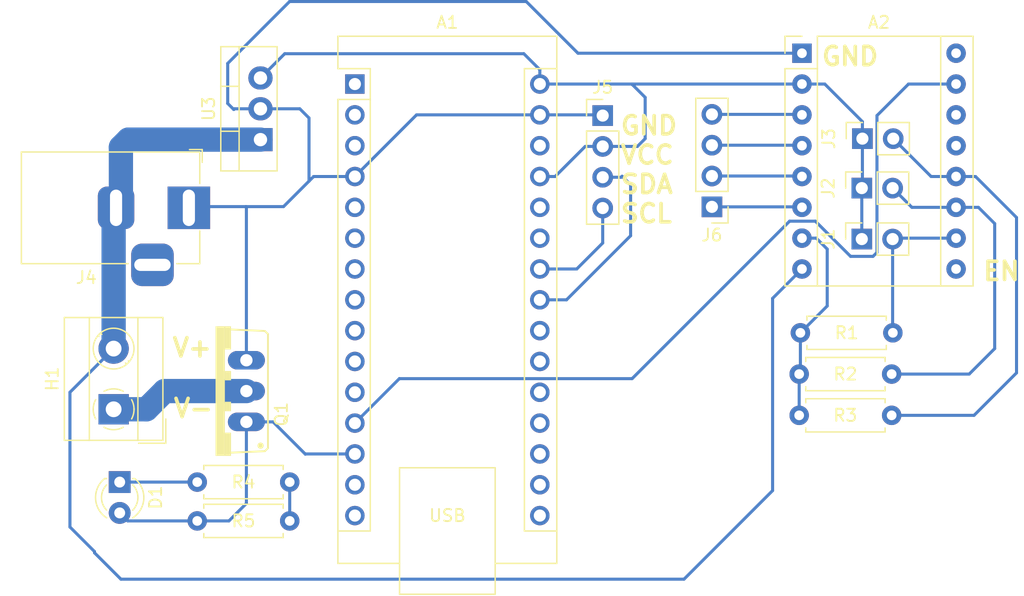
<source format=kicad_pcb>
(kicad_pcb (version 20221018) (generator pcbnew)
  (layers (0 "F.Cu" signal) (31 "B.Cu" signal) (34 "B.Paste" user) (35 "F.Paste" user) (36 "B.SilkS" user "B.Silkscreen") (37 "F.SilkS" user "F.Silkscreen") (38 "B.Mask" user) (39 "F.Mask" user) (44 "Edge.Cuts" user))
  (net 0 "")
  (net 4 "GND")
  (net 23 "Net-(A1-+5V)")
  (net 29 "VCC")
  (net 30 "Net-(A2-MS2)")
  (net 31 "Net-(A2-MS3)")
  (net 32 "Net-(A1-SDA{slash}A4)")
  (net 33 "Net-(A1-SCL{slash}A5)")
  (net 34 "Net-(A2-MS1)")
  (net 35 "Net-(A1-D10)")
  (net 36 "Net-(D1-K)")
  (net 37 "Net-(A1-D9)")
  (net 38 "Net-(A2-1B)")
  (net 39 "Net-(A2-1A)")
  (net 40 "Net-(A2-2A)")
  (net 41 "Net-(A2-2B)")
  (net 42 "Net-(H1-Pin_1)")
  (footprint "Resistor_THT:R_Axial_DIN0207_L6.3mm_D2.5mm_P7.62mm_Horizontal" (layer "F.Cu") (at 176.31 87.4 180)
    (fp_text reference "R2" (at 3.81 0) (layer "F.SilkS"))
    (fp_text value "1k")
    (fp_line (start 0.54 -1.37) (end 7.08 -1.37) (stroke (width 0.12)) (layer "F.SilkS"))
    (fp_line (start 0.54 -1.04) (end 0.54 -1.37) (stroke (width 0.12)) (layer "F.SilkS"))
    (fp_line (start 0.54 1.04) (end 0.54 1.37) (stroke (width 0.12)) (layer "F.SilkS"))
    (fp_line (start 0.54 1.37) (end 7.08 1.37) (stroke (width 0.12)) (layer "F.SilkS"))
    (fp_line (start 7.08 -1.37) (end 7.08 -1.04) (stroke (width 0.12)) (layer "F.SilkS"))
    (fp_line (start 7.08 1.37) (end 7.08 1.04) (stroke (width 0.12)) (layer "F.SilkS"))
    (pad "1" thru_hole circle (at 0 0 180) (size 1.6 1.6) (drill 0.8) (layers "*.Cu" "*.Mask") (net 30 "Net-(A2-MS2)"))
    (pad "2" thru_hole oval (at 7.62 0 180) (size 1.6 1.6) (drill 0.8) (layers "*.Cu" "*.Mask") (net 4 "GND"))
  )
  (footprint "LED_THT:LED_D3.0mm" (layer "F.Cu") (at 112.7 96.3 -90)
    (fp_text reference "D1" (at 1.27 -2.96 90) (layer "F.SilkS"))
    (fp_text value "LED")
    (fp_line (start -0.29 -1.236) (end -0.29 -1.08) (stroke (width 0.12)) (layer "F.SilkS"))
    (fp_line (start -0.29 1.08) (end -0.29 1.236) (stroke (width 0.12)) (layer "F.SilkS"))
    (fp_arc (start -0.29 -1.235516) (mid 1.366487 -1.987659) (end 2.942335 -1.078608) (stroke (width 0.12)) (layer "F.SilkS"))
    (fp_arc (start 0.229039 -1.08) (mid 1.270117 -1.5) (end 2.31113 -1.079837) (stroke (width 0.12)) (layer "F.SilkS"))
    (fp_arc (start 2.31113 1.079837) (mid 1.270117 1.5) (end 0.229039 1.08) (stroke (width 0.12)) (layer "F.SilkS"))
    (fp_arc (start 2.942335 1.078608) (mid 1.366487 1.987659) (end -0.29 1.235516) (stroke (width 0.12)) (layer "F.SilkS"))
    (pad "1" thru_hole rect (at 0 0 270) (size 1.8 1.8) (drill 0.9) (layers "*.Cu" "*.Mask") (net 36 "Net-(D1-K)"))
    (pad "2" thru_hole circle (at 2.54 0 270) (size 1.8 1.8) (drill 0.9) (layers "*.Cu" "*.Mask") (net 35 "Net-(A1-D10)"))
  )
  (footprint "Connector_PinSocket_2.54mm:PinSocket_1x02_P2.54mm_Vertical" (layer "F.Cu") (at 173.85 76.275 90)
    (fp_text reference "J1" (at 0 -2.77 90) (layer "F.SilkS"))
    (fp_text value "MS1")
    (fp_line (start -1.33 1.27) (end -1.33 3.87) (stroke (width 0.12)) (layer "F.SilkS"))
    (fp_line (start -1.33 1.27) (end 1.33 1.27) (stroke (width 0.12)) (layer "F.SilkS"))
    (fp_line (start -1.33 3.87) (end 1.33 3.87) (stroke (width 0.12)) (layer "F.SilkS"))
    (fp_line (start 0 -1.33) (end 1.33 -1.33) (stroke (width 0.12)) (layer "F.SilkS"))
    (fp_line (start 1.33 -1.33) (end 1.33 0) (stroke (width 0.12)) (layer "F.SilkS"))
    (fp_line (start 1.33 1.27) (end 1.33 3.87) (stroke (width 0.12)) (layer "F.SilkS"))
    (pad "1" thru_hole rect (at 0 0 90) (size 1.7 1.7) (drill 1) (layers "*.Cu" "*.Mask") (net 23 "Net-(A1-+5V)"))
    (pad "2" thru_hole oval (at 0 2.54 90) (size 1.7 1.7) (drill 1) (layers "*.Cu" "*.Mask") (net 34 "Net-(A2-MS1)"))
  )
  (footprint "Connector_PinSocket_2.54mm:PinSocket_1x02_P2.54mm_Vertical" (layer "F.Cu") (at 173.9 68 90)
    (fp_text reference "J3" (at 0 -2.77 90) (layer "F.SilkS"))
    (fp_text value "MS3")
    (fp_line (start -1.33 1.27) (end -1.33 3.87) (stroke (width 0.12)) (layer "F.SilkS"))
    (fp_line (start -1.33 1.27) (end 1.33 1.27) (stroke (width 0.12)) (layer "F.SilkS"))
    (fp_line (start -1.33 3.87) (end 1.33 3.87) (stroke (width 0.12)) (layer "F.SilkS"))
    (fp_line (start 0 -1.33) (end 1.33 -1.33) (stroke (width 0.12)) (layer "F.SilkS"))
    (fp_line (start 1.33 -1.33) (end 1.33 0) (stroke (width 0.12)) (layer "F.SilkS"))
    (fp_line (start 1.33 1.27) (end 1.33 3.87) (stroke (width 0.12)) (layer "F.SilkS"))
    (pad "1" thru_hole rect (at 0 0 90) (size 1.7 1.7) (drill 1) (layers "*.Cu" "*.Mask") (net 23 "Net-(A1-+5V)"))
    (pad "2" thru_hole oval (at 0 2.54 90) (size 1.7 1.7) (drill 1) (layers "*.Cu" "*.Mask") (net 31 "Net-(A2-MS3)"))
  )
  (footprint "TO220BV:TO220BV" (layer "F.Cu") (at 120.6 88.8 90)
    (fp_text reference "Q1" (at -1.90846 5.42001 90) (layer "F.SilkS") (effects (font (size 1.001811 1.001811))))
    (fp_text value "IRF520")
    (fp_line (start -4.953 4.064) (end -5.08 1.143) (stroke (width 0.1524)) (layer "F.SilkS"))
    (fp_line (start -4.953 4.064) (end -4.699 4.318) (stroke (width 0.1524)) (layer "F.SilkS"))
    (fp_line (start 4.699 4.318) (end -4.699 4.318) (stroke (width 0.1524)) (layer "F.SilkS"))
    (fp_line (start 4.699 4.318) (end 4.953 4.064) (stroke (width 0.1524)) (layer "F.SilkS"))
    (fp_line (start 5.08 1.143) (end 4.953 4.064) (stroke (width 0.1524)) (layer "F.SilkS"))
    (fp_circle (center -4.4958 3.7084) (end -4.2418 3.7084) (fill solid) (layer "F.SilkS"))
    (fp_poly (pts (xy -5.34067 0.762) (xy -3.429 0.762) (xy -3.429 1.27159) (xy -5.34067 1.27159)) (stroke (width 0.01)) (fill solid) (layer "F.SilkS"))
    (fp_poly (pts (xy -5.33557 0) (xy 5.334 0) (xy 5.334 0.762224) (xy -5.33557 0.762224)) (stroke (width 0.01)) (fill solid) (layer "F.SilkS"))
    (fp_poly (pts (xy -1.65338 0.762) (xy -0.889 0.762) (xy -0.889 1.27183) (xy -1.65338 1.27183)) (stroke (width 0.01)) (fill solid) (layer "F.SilkS"))
    (fp_poly (pts (xy 0.890755 0.762) (xy 1.651 0.762) (xy 1.651 1.27251) (xy 0.890755 1.27251)) (stroke (width 0.01)) (fill solid) (layer "F.SilkS"))
    (fp_poly (pts (xy 3.43047 0.762) (xy 5.334 0.762) (xy 5.334 1.27054) (xy 3.43047 1.27054)) (stroke (width 0.01)) (fill solid) (layer "F.SilkS"))
    (pad "D" thru_hole oval (at 0 2.54 90) (size 1.524 3.048) (drill 1.016) (layers "*.Cu" "*.Mask") (net 42 "Net-(H1-Pin_1)"))
    (pad "G" thru_hole oval (at -2.54 2.54 90) (size 1.524 3.048) (drill 1.016) (layers "*.Cu" "*.Mask") (net 35 "Net-(A1-D10)"))
    (pad "S" thru_hole oval (at 2.54 2.54 90) (size 1.524 3.048) (drill 1.016) (layers "*.Cu" "*.Mask") (net 4 "GND"))
  )
  (footprint "Module:Arduino_Nano" (layer "F.Cu") (at 132.08 63.5)
    (fp_text reference "A1" (at 7.62 -5.08) (layer "F.SilkS"))
    (fp_text value "Arduino_Nano")
    (fp_text user "USB" (at 7.62 35.56 unlocked) (layer "F.SilkS"))
    (fp_line (start -1.4 -3.94) (end -1.4 -1.27) (stroke (width 0.12)) (layer "F.SilkS"))
    (fp_line (start -1.4 1.27) (end -1.4 39.5) (stroke (width 0.12)) (layer "F.SilkS"))
    (fp_line (start -1.4 39.5) (end 3.68 39.5) (stroke (width 0.12)) (layer "F.SilkS"))
    (fp_line (start 1.27 -1.27) (end -1.4 -1.27) (stroke (width 0.12)) (layer "F.SilkS"))
    (fp_line (start 1.27 1.27) (end -1.4 1.27) (stroke (width 0.12)) (layer "F.SilkS"))
    (fp_line (start 1.27 1.27) (end 1.27 -1.27) (stroke (width 0.12)) (layer "F.SilkS"))
    (fp_line (start 1.27 1.27) (end 1.27 36.83) (stroke (width 0.12)) (layer "F.SilkS"))
    (fp_line (start 1.27 36.83) (end -1.4 36.83) (stroke (width 0.12)) (layer "F.SilkS"))
    (fp_line (start 3.68 31.62) (end 11.56 31.62) (stroke (width 0.12)) (layer "F.SilkS"))
    (fp_line (start 3.68 42.04) (end 3.68 31.62) (stroke (width 0.12)) (layer "F.SilkS"))
    (fp_line (start 11.56 31.62) (end 11.56 42.04) (stroke (width 0.12)) (layer "F.SilkS"))
    (fp_line (start 11.56 42.04) (end 3.68 42.04) (stroke (width 0.12)) (layer "F.SilkS"))
    (fp_line (start 13.97 -1.27) (end 13.97 36.83) (stroke (width 0.12)) (layer "F.SilkS"))
    (fp_line (start 13.97 -1.27) (end 16.64 -1.27) (stroke (width 0.12)) (layer "F.SilkS"))
    (fp_line (start 13.97 36.83) (end 16.64 36.83) (stroke (width 0.12)) (layer "F.SilkS"))
    (fp_line (start 16.64 -3.94) (end -1.4 -3.94) (stroke (width 0.12)) (layer "F.SilkS"))
    (fp_line (start 16.64 39.5) (end 11.56 39.5) (stroke (width 0.12)) (layer "F.SilkS"))
    (fp_line (start 16.64 39.5) (end 16.64 -3.94) (stroke (width 0.12)) (layer "F.SilkS"))
    (pad "1" thru_hole rect (at 0 0) (size 1.6 1.6) (drill 1) (layers "*.Cu" "*.Mask"))
    (pad "2" thru_hole oval (at 0 2.54) (size 1.6 1.6) (drill 1) (layers "*.Cu" "*.Mask"))
    (pad "3" thru_hole oval (at 0 5.08) (size 1.6 1.6) (drill 1) (layers "*.Cu" "*.Mask"))
    (pad "4" thru_hole oval (at 0 7.62) (size 1.6 1.6) (drill 1) (layers "*.Cu" "*.Mask") (net 4 "GND"))
    (pad "5" thru_hole oval (at 0 10.16) (size 1.6 1.6) (drill 1) (layers "*.Cu" "*.Mask"))
    (pad "6" thru_hole oval (at 0 12.7) (size 1.6 1.6) (drill 1) (layers "*.Cu" "*.Mask"))
    (pad "7" thru_hole oval (at 0 15.24) (size 1.6 1.6) (drill 1) (layers "*.Cu" "*.Mask"))
    (pad "8" thru_hole oval (at 0 17.78) (size 1.6 1.6) (drill 1) (layers "*.Cu" "*.Mask"))
    (pad "9" thru_hole oval (at 0 20.32) (size 1.6 1.6) (drill 1) (layers "*.Cu" "*.Mask"))
    (pad "10" thru_hole oval (at 0 22.86) (size 1.6 1.6) (drill 1) (layers "*.Cu" "*.Mask"))
    (pad "11" thru_hole oval (at 0 25.4) (size 1.6 1.6) (drill 1) (layers "*.Cu" "*.Mask"))
    (pad "12" thru_hole oval (at 0 27.94) (size 1.6 1.6) (drill 1) (layers "*.Cu" "*.Mask") (net 37 "Net-(A1-D9)"))
    (pad "13" thru_hole oval (at 0 30.48) (size 1.6 1.6) (drill 1) (layers "*.Cu" "*.Mask") (net 35 "Net-(A1-D10)"))
    (pad "14" thru_hole oval (at 0 33.02) (size 1.6 1.6) (drill 1) (layers "*.Cu" "*.Mask"))
    (pad "15" thru_hole oval (at 0 35.56) (size 1.6 1.6) (drill 1) (layers "*.Cu" "*.Mask"))
    (pad "16" thru_hole oval (at 15.24 35.56) (size 1.6 1.6) (drill 1) (layers "*.Cu" "*.Mask"))
    (pad "17" thru_hole oval (at 15.24 33.02) (size 1.6 1.6) (drill 1) (layers "*.Cu" "*.Mask"))
    (pad "18" thru_hole oval (at 15.24 30.48) (size 1.6 1.6) (drill 1) (layers "*.Cu" "*.Mask"))
    (pad "19" thru_hole oval (at 15.24 27.94) (size 1.6 1.6) (drill 1) (layers "*.Cu" "*.Mask"))
    (pad "20" thru_hole oval (at 15.24 25.4) (size 1.6 1.6) (drill 1) (layers "*.Cu" "*.Mask"))
    (pad "21" thru_hole oval (at 15.24 22.86) (size 1.6 1.6) (drill 1) (layers "*.Cu" "*.Mask"))
    (pad "22" thru_hole oval (at 15.24 20.32) (size 1.6 1.6) (drill 1) (layers "*.Cu" "*.Mask"))
    (pad "23" thru_hole oval (at 15.24 17.78) (size 1.6 1.6) (drill 1) (layers "*.Cu" "*.Mask") (net 32 "Net-(A1-SDA{slash}A4)"))
    (pad "24" thru_hole oval (at 15.24 15.24) (size 1.6 1.6) (drill 1) (layers "*.Cu" "*.Mask") (net 33 "Net-(A1-SCL{slash}A5)"))
    (pad "25" thru_hole oval (at 15.24 12.7) (size 1.6 1.6) (drill 1) (layers "*.Cu" "*.Mask"))
    (pad "26" thru_hole oval (at 15.24 10.16) (size 1.6 1.6) (drill 1) (layers "*.Cu" "*.Mask"))
    (pad "27" thru_hole oval (at 15.24 7.62) (size 1.6 1.6) (drill 1) (layers "*.Cu" "*.Mask") (net 23 "Net-(A1-+5V)"))
    (pad "28" thru_hole oval (at 15.24 5.08) (size 1.6 1.6) (drill 1) (layers "*.Cu" "*.Mask"))
    (pad "29" thru_hole oval (at 15.24 2.54) (size 1.6 1.6) (drill 1) (layers "*.Cu" "*.Mask") (net 4 "GND"))
    (pad "30" thru_hole oval (at 15.24 0) (size 1.6 1.6) (drill 1) (layers "*.Cu" "*.Mask") (net 23 "Net-(A1-+5V)"))
  )
  (footprint "Connector_PinHeader_2.54mm:PinHeader_1x04_P2.54mm_Vertical" (layer "F.Cu") (at 161.5 73.62 180)
    (fp_text reference "J6" (at 0 -2.33) (layer "F.SilkS"))
    (fp_text value "Stepper_Motor")
    (fp_line (start -1.33 -1.33) (end 0 -1.33) (stroke (width 0.12)) (layer "F.SilkS"))
    (fp_line (start -1.33 0) (end -1.33 -1.33) (stroke (width 0.12)) (layer "F.SilkS"))
    (fp_line (start -1.33 1.27) (end -1.33 8.95) (stroke (width 0.12)) (layer "F.SilkS"))
    (fp_line (start -1.33 1.27) (end 1.33 1.27) (stroke (width 0.12)) (layer "F.SilkS"))
    (fp_line (start -1.33 8.95) (end 1.33 8.95) (stroke (width 0.12)) (layer "F.SilkS"))
    (fp_line (start 1.33 1.27) (end 1.33 8.95) (stroke (width 0.12)) (layer "F.SilkS"))
    (pad "1" thru_hole rect (at 0 0 180) (size 1.7 1.7) (drill 1) (layers "*.Cu" "*.Mask") (net 41 "Net-(A2-2B)"))
    (pad "2" thru_hole oval (at 0 2.54 180) (size 1.7 1.7) (drill 1) (layers "*.Cu" "*.Mask") (net 40 "Net-(A2-2A)"))
    (pad "3" thru_hole oval (at 0 5.08 180) (size 1.7 1.7) (drill 1) (layers "*.Cu" "*.Mask") (net 39 "Net-(A2-1A)"))
    (pad "4" thru_hole oval (at 0 7.62 180) (size 1.7 1.7) (drill 1) (layers "*.Cu" "*.Mask") (net 38 "Net-(A2-1B)"))
  )
  (footprint "Resistor_THT:R_Axial_DIN0207_L6.3mm_D2.5mm_P7.62mm_Horizontal" (layer "F.Cu") (at 119.09 96.3)
    (fp_text reference "R4" (at 3.81 0) (layer "F.SilkS"))
    (fp_text value "1k")
    (fp_line (start 0.54 -1.37) (end 7.08 -1.37) (stroke (width 0.12)) (layer "F.SilkS"))
    (fp_line (start 0.54 -1.04) (end 0.54 -1.37) (stroke (width 0.12)) (layer "F.SilkS"))
    (fp_line (start 0.54 1.04) (end 0.54 1.37) (stroke (width 0.12)) (layer "F.SilkS"))
    (fp_line (start 0.54 1.37) (end 7.08 1.37) (stroke (width 0.12)) (layer "F.SilkS"))
    (fp_line (start 7.08 -1.37) (end 7.08 -1.04) (stroke (width 0.12)) (layer "F.SilkS"))
    (fp_line (start 7.08 1.37) (end 7.08 1.04) (stroke (width 0.12)) (layer "F.SilkS"))
    (pad "1" thru_hole circle (at 0 0) (size 1.6 1.6) (drill 0.8) (layers "*.Cu" "*.Mask") (net 36 "Net-(D1-K)"))
    (pad "2" thru_hole oval (at 7.62 0) (size 1.6 1.6) (drill 0.8) (layers "*.Cu" "*.Mask") (net 4 "GND"))
  )
  (footprint "Resistor_THT:R_Axial_DIN0207_L6.3mm_D2.5mm_P7.62mm_Horizontal" (layer "F.Cu") (at 119.09 99.5)
    (fp_text reference "R5" (at 3.81 0) (layer "F.SilkS"))
    (fp_text value "1k")
    (fp_line (start 0.54 -1.37) (end 7.08 -1.37) (stroke (width 0.12)) (layer "F.SilkS"))
    (fp_line (start 0.54 -1.04) (end 0.54 -1.37) (stroke (width 0.12)) (layer "F.SilkS"))
    (fp_line (start 0.54 1.04) (end 0.54 1.37) (stroke (width 0.12)) (layer "F.SilkS"))
    (fp_line (start 0.54 1.37) (end 7.08 1.37) (stroke (width 0.12)) (layer "F.SilkS"))
    (fp_line (start 7.08 -1.37) (end 7.08 -1.04) (stroke (width 0.12)) (layer "F.SilkS"))
    (fp_line (start 7.08 1.37) (end 7.08 1.04) (stroke (width 0.12)) (layer "F.SilkS"))
    (pad "1" thru_hole circle (at 0 0) (size 1.6 1.6) (drill 0.8) (layers "*.Cu" "*.Mask") (net 35 "Net-(A1-D10)"))
    (pad "2" thru_hole oval (at 7.62 0) (size 1.6 1.6) (drill 0.8) (layers "*.Cu" "*.Mask") (net 4 "GND"))
  )
  (footprint "Connector_PinHeader_2.54mm:PinHeader_1x04_P2.54mm_Vertical" (layer "F.Cu") (at 152.5 66.1)
    (fp_text reference "J5" (at 0 -2.33) (layer "F.SilkS"))
    (fp_text value "LCD")
    (fp_line (start -1.33 -1.33) (end 0 -1.33) (stroke (width 0.12)) (layer "F.SilkS"))
    (fp_line (start -1.33 0) (end -1.33 -1.33) (stroke (width 0.12)) (layer "F.SilkS"))
    (fp_line (start -1.33 1.27) (end -1.33 8.95) (stroke (width 0.12)) (layer "F.SilkS"))
    (fp_line (start -1.33 1.27) (end 1.33 1.27) (stroke (width 0.12)) (layer "F.SilkS"))
    (fp_line (start -1.33 8.95) (end 1.33 8.95) (stroke (width 0.12)) (layer "F.SilkS"))
    (fp_line (start 1.33 1.27) (end 1.33 8.95) (stroke (width 0.12)) (layer "F.SilkS"))
    (pad "1" thru_hole rect (at 0 0) (size 1.7 1.7) (drill 1) (layers "*.Cu" "*.Mask") (net 4 "GND"))
    (pad "2" thru_hole oval (at 0 2.54) (size 1.7 1.7) (drill 1) (layers "*.Cu" "*.Mask") (net 23 "Net-(A1-+5V)"))
    (pad "3" thru_hole oval (at 0 5.08) (size 1.7 1.7) (drill 1) (layers "*.Cu" "*.Mask") (net 32 "Net-(A1-SDA{slash}A4)"))
    (pad "4" thru_hole oval (at 0 7.62) (size 1.7 1.7) (drill 1) (layers "*.Cu" "*.Mask") (net 33 "Net-(A1-SCL{slash}A5)"))
  )
  (footprint "Connector_BarrelJack:BarrelJack_Horizontal" (layer "F.Cu") (at 118.4 73.7)
    (fp_text reference "J4" (at -8.45 5.75) (layer "F.SilkS"))
    (fp_text value "Barrel_Jack_MountingPin")
    (fp_line (start -13.8 -4.6) (end 0.9 -4.6) (stroke (width 0.12)) (layer "F.SilkS"))
    (fp_line (start -13.8 4.6) (end -13.8 -4.6) (stroke (width 0.12)) (layer "F.SilkS"))
    (fp_line (start -5 4.6) (end -13.8 4.6) (stroke (width 0.12)) (layer "F.SilkS"))
    (fp_line (start 0.05 -4.8) (end 1.1 -4.8) (stroke (width 0.12)) (layer "F.SilkS"))
    (fp_line (start 0.9 -4.6) (end 0.9 -2) (stroke (width 0.12)) (layer "F.SilkS"))
    (fp_line (start 0.9 1.9) (end 0.9 4.6) (stroke (width 0.12)) (layer "F.SilkS"))
    (fp_line (start 0.9 4.6) (end -1 4.6) (stroke (width 0.12)) (layer "F.SilkS"))
    (fp_line (start 1.1 -3.75) (end 1.1 -4.8) (stroke (width 0.12)) (layer "F.SilkS"))
    (pad "1" thru_hole rect (at 0 0) (size 3.5 3.5) (drill oval 1 3) (layers "*.Cu" "*.Mask") (net 4 "GND"))
    (pad "2" thru_hole roundrect (at -6 0) (size 3 3.5) (drill oval 1 3) (layers "*.Cu" "*.Mask") (net 29 "VCC"))
    (pad "3" thru_hole roundrect (at -3 4.7) (size 3.5 3.5) (drill oval 3 1) (layers "*.Cu" "*.Mask"))
  )
  (footprint "Module:Pololu_Breakout-16_15.2x20.3mm" (layer "F.Cu") (at 168.92 60.96)
    (fp_text reference "A2" (at 6.35 -2.54) (layer "F.SilkS"))
    (fp_text value "A4988")
    (fp_line (start -1.4 -1.4) (end -1.4 0) (stroke (width 0.12)) (layer "F.SilkS"))
    (fp_line (start -1.4 1.27) (end -1.4 19.18) (stroke (width 0.12)) (layer "F.SilkS"))
    (fp_line (start -1.4 19.18) (end 14.1 19.18) (stroke (width 0.12)) (layer "F.SilkS"))
    (fp_line (start 0 -1.4) (end -1.4 -1.4) (stroke (width 0.12)) (layer "F.SilkS"))
    (fp_line (start 1.27 -1.4) (end 1.27 1.27) (stroke (width 0.12)) (layer "F.SilkS"))
    (fp_line (start 1.27 1.27) (end -1.4 1.27) (stroke (width 0.12)) (layer "F.SilkS"))
    (fp_line (start 1.27 1.27) (end 1.27 19.18) (stroke (width 0.12)) (layer "F.SilkS"))
    (fp_line (start 11.43 -1.4) (end 11.43 19.18) (stroke (width 0.12)) (layer "F.SilkS"))
    (fp_line (start 14.1 -1.4) (end 1.27 -1.4) (stroke (width 0.12)) (layer "F.SilkS"))
    (fp_line (start 14.1 19.18) (end 14.1 -1.4) (stroke (width 0.12)) (layer "F.SilkS"))
    (pad "1" thru_hole rect (at 0 0) (size 1.6 1.6) (drill 0.8) (layers "*.Cu" "*.Mask") (net 4 "GND"))
    (pad "2" thru_hole oval (at 0 2.54) (size 1.6 1.6) (drill 0.8) (layers "*.Cu" "*.Mask") (net 23 "Net-(A1-+5V)"))
    (pad "3" thru_hole oval (at 0 5.08) (size 1.6 1.6) (drill 0.8) (layers "*.Cu" "*.Mask") (net 38 "Net-(A2-1B)"))
    (pad "4" thru_hole oval (at 0 7.62) (size 1.6 1.6) (drill 0.8) (layers "*.Cu" "*.Mask") (net 39 "Net-(A2-1A)"))
    (pad "5" thru_hole oval (at 0 10.16) (size 1.6 1.6) (drill 0.8) (layers "*.Cu" "*.Mask") (net 40 "Net-(A2-2A)"))
    (pad "6" thru_hole oval (at 0 12.7) (size 1.6 1.6) (drill 0.8) (layers "*.Cu" "*.Mask") (net 41 "Net-(A2-2B)"))
    (pad "7" thru_hole oval (at 0 15.24) (size 1.6 1.6) (drill 0.8) (layers "*.Cu" "*.Mask") (net 4 "GND"))
    (pad "8" thru_hole oval (at 0 17.78) (size 1.6 1.6) (drill 0.8) (layers "*.Cu" "*.Mask") (net 29 "VCC"))
    (pad "9" thru_hole oval (at 12.7 17.78) (size 1.6 1.6) (drill 0.8) (layers "*.Cu" "*.Mask"))
    (pad "10" thru_hole oval (at 12.7 15.24) (size 1.6 1.6) (drill 0.8) (layers "*.Cu" "*.Mask") (net 34 "Net-(A2-MS1)"))
    (pad "11" thru_hole oval (at 12.7 12.7) (size 1.6 1.6) (drill 0.8) (layers "*.Cu" "*.Mask") (net 30 "Net-(A2-MS2)"))
    (pad "12" thru_hole oval (at 12.7 10.16) (size 1.6 1.6) (drill 0.8) (layers "*.Cu" "*.Mask") (net 31 "Net-(A2-MS3)"))
    (pad "13" thru_hole oval (at 12.7 7.62) (size 1.6 1.6) (drill 0.8) (layers "*.Cu" "*.Mask"))
    (pad "14" thru_hole oval (at 12.7 5.08) (size 1.6 1.6) (drill 0.8) (layers "*.Cu" "*.Mask"))
    (pad "15" thru_hole oval (at 12.7 2.54) (size 1.6 1.6) (drill 0.8) (layers "*.Cu" "*.Mask") (net 37 "Net-(A1-D9)"))
    (pad "16" thru_hole oval (at 12.7 0) (size 1.6 1.6) (drill 0.8) (layers "*.Cu" "*.Mask"))
  )
  (footprint "Package_TO_SOT_THT:TO-220-3_Vertical" (layer "F.Cu") (at 124.3 68.08 90)
    (fp_text reference "U3" (at 2.54 -4.27 90) (layer "F.SilkS"))
    (fp_text value "LM7805_TO220")
    (fp_line (start -2.58 -3.27) (end -2.58 1.371) (stroke (width 0.12)) (layer "F.SilkS"))
    (fp_line (start -2.58 -3.27) (end 7.66 -3.27) (stroke (width 0.12)) (layer "F.SilkS"))
    (fp_line (start -2.58 -1.76) (end 7.66 -1.76) (stroke (width 0.12)) (layer "F.SilkS"))
    (fp_line (start -2.58 1.371) (end 7.66 1.371) (stroke (width 0.12)) (layer "F.SilkS"))
    (fp_line (start 0.69 -3.27) (end 0.69 -1.76) (stroke (width 0.12)) (layer "F.SilkS"))
    (fp_line (start 4.391 -3.27) (end 4.391 -1.76) (stroke (width 0.12)) (layer "F.SilkS"))
    (fp_line (start 7.66 -3.27) (end 7.66 1.371) (stroke (width 0.12)) (layer "F.SilkS"))
    (pad "1" thru_hole rect (at 0 0 90) (size 1.905 2) (drill 1.1) (layers "*.Cu" "*.Mask") (net 29 "VCC"))
    (pad "2" thru_hole oval (at 2.54 0 90) (size 1.905 2) (drill 1.1) (layers "*.Cu" "*.Mask") (net 4 "GND"))
    (pad "3" thru_hole oval (at 5.08 0 90) (size 1.905 2) (drill 1.1) (layers "*.Cu" "*.Mask") (net 23 "Net-(A1-+5V)"))
  )
  (footprint "TerminalBlock_MetzConnect:TerminalBlock_MetzConnect_Type055_RT01502HDWU_1x02_P5.00mm_Horizontal" (layer "F.Cu") (at 112.2 90.3 90)
    (fp_text reference "H1" (at 2.5 -5.06 90) (layer "F.SilkS"))
    (fp_text value "Screw_Terminal_01x02" hide)
    (fp_line (start -2.8 2.06) (end -2.8 4.3) (stroke (width 0.12)) (layer "F.SilkS"))
    (fp_line (start -2.8 4.3) (end -0.8 4.3) (stroke (width 0.12)) (layer "F.SilkS"))
    (fp_line (start -2.56 -4.06) (end -2.56 4.06) (stroke (width 0.12)) (layer "F.SilkS"))
    (fp_line (start -2.56 -4.06) (end 7.56 -4.06) (stroke (width 0.12)) (layer "F.SilkS"))
    (fp_line (start -2.56 -2) (end 7.56 -2) (stroke (width 0.12)) (layer "F.SilkS"))
    (fp_line (start -2.56 2) (end 7.56 2) (stroke (width 0.12)) (layer "F.SilkS"))
    (fp_line (start -2.56 4.06) (end 7.56 4.06) (stroke (width 0.12)) (layer "F.SilkS"))
    (fp_line (start 3.82 0.976) (end 3.726 1.069) (stroke (width 0.12)) (layer "F.SilkS"))
    (fp_line (start 3.99 1.216) (end 3.931 1.274) (stroke (width 0.12)) (layer "F.SilkS"))
    (fp_line (start 6.07 -1.275) (end 6.011 -1.216) (stroke (width 0.12)) (layer "F.SilkS"))
    (fp_line (start 6.275 -1.069) (end 6.181 -0.976) (stroke (width 0.12)) (layer "F.SilkS"))
    (fp_line (start 7.56 -4.06) (end 7.56 4.06) (stroke (width 0.12)) (layer "F.SilkS"))
    (fp_arc (start -1.483953 0.789089) (mid -1.680708 0.00005) (end -1.484 -0.789) (stroke (width 0.12)) (layer "F.SilkS"))
    (fp_arc (start -0.789089 -1.483953) (mid -0.00005 -1.680708) (end 0.789 -1.484) (stroke (width 0.12)) (layer "F.SilkS"))
    (fp_arc (start 0.029383 1.68045) (mid -0.392304 1.634281) (end -0.789 1.484) (stroke (width 0.12)) (layer "F.SilkS"))
    (fp_arc (start 0.788712 1.483352) (mid 0.406429 1.630097) (end 0 1.68) (stroke (width 0.12)) (layer "F.SilkS"))
    (fp_arc (start 1.483953 -0.789089) (mid 1.680708 -0.00005) (end 1.484 0.789) (stroke (width 0.12)) (layer "F.SilkS"))
    (fp_circle (center 5 0) (end 6.68 0) (stroke (width 0.12)) (fill none) (layer "F.SilkS"))
    (pad "1" thru_hole rect (at 0 0 90) (size 2.5 2.5) (drill 1.3) (layers "*.Cu" "*.Mask") (net 42 "Net-(H1-Pin_1)"))
    (pad "2" thru_hole circle (at 5 0 90) (size 2.5 2.5) (drill 1.3) (layers "*.Cu" "*.Mask") (net 29 "VCC"))
  )
  (footprint "Connector_PinSocket_2.54mm:PinSocket_1x02_P2.54mm_Vertical" (layer "F.Cu") (at 173.85 72.075 90)
    (fp_text reference "J2" (at 0 -2.77 90) (layer "F.SilkS"))
    (fp_text value "MS2")
    (fp_line (start -1.33 1.27) (end -1.33 3.87) (stroke (width 0.12)) (layer "F.SilkS"))
    (fp_line (start -1.33 1.27) (end 1.33 1.27) (stroke (width 0.12)) (layer "F.SilkS"))
    (fp_line (start -1.33 3.87) (end 1.33 3.87) (stroke (width 0.12)) (layer "F.SilkS"))
    (fp_line (start 0 -1.33) (end 1.33 -1.33) (stroke (width 0.12)) (layer "F.SilkS"))
    (fp_line (start 1.33 -1.33) (end 1.33 0) (stroke (width 0.12)) (layer "F.SilkS"))
    (fp_line (start 1.33 1.27) (end 1.33 3.87) (stroke (width 0.12)) (layer "F.SilkS"))
    (pad "1" thru_hole rect (at 0 0 90) (size 1.7 1.7) (drill 1) (layers "*.Cu" "*.Mask") (net 23 "Net-(A1-+5V)"))
    (pad "2" thru_hole oval (at 0 2.54 90) (size 1.7 1.7) (drill 1) (layers "*.Cu" "*.Mask") (net 30 "Net-(A2-MS2)"))
  )
  (footprint "Resistor_THT:R_Axial_DIN0207_L6.3mm_D2.5mm_P7.62mm_Horizontal" (layer "F.Cu") (at 176.41 84 180)
    (fp_text reference "R1" (at 3.81 0) (layer "F.SilkS"))
    (fp_text value "1k")
    (fp_line (start 0.54 -1.37) (end 7.08 -1.37) (stroke (width 0.12)) (layer "F.SilkS"))
    (fp_line (start 0.54 -1.04) (end 0.54 -1.37) (stroke (width 0.12)) (layer "F.SilkS"))
    (fp_line (start 0.54 1.04) (end 0.54 1.37) (stroke (width 0.12)) (layer "F.SilkS"))
    (fp_line (start 0.54 1.37) (end 7.08 1.37) (stroke (width 0.12)) (layer "F.SilkS"))
    (fp_line (start 7.08 -1.37) (end 7.08 -1.04) (stroke (width 0.12)) (layer "F.SilkS"))
    (fp_line (start 7.08 1.37) (end 7.08 1.04) (stroke (width 0.12)) (layer "F.SilkS"))
    (pad "1" thru_hole circle (at 0 0 180) (size 1.6 1.6) (drill 0.8) (layers "*.Cu" "*.Mask") (net 34 "Net-(A2-MS1)"))
    (pad "2" thru_hole oval (at 7.62 0 180) (size 1.6 1.6) (drill 0.8) (layers "*.Cu" "*.Mask") (net 4 "GND"))
  )
  (footprint "Resistor_THT:R_Axial_DIN0207_L6.3mm_D2.5mm_P7.62mm_Horizontal" (layer "F.Cu") (at 176.31 90.8 180)
    (fp_text reference "R3" (at 3.82 0) (layer "F.SilkS"))
    (fp_text value "1k")
    (fp_line (start 0.54 -1.37) (end 7.08 -1.37) (stroke (width 0.12)) (layer "F.SilkS"))
    (fp_line (start 0.54 -1.04) (end 0.54 -1.37) (stroke (width 0.12)) (layer "F.SilkS"))
    (fp_line (start 0.54 1.04) (end 0.54 1.37) (stroke (width 0.12)) (layer "F.SilkS"))
    (fp_line (start 0.54 1.37) (end 7.08 1.37) (stroke (width 0.12)) (layer "F.SilkS"))
    (fp_line (start 7.08 -1.37) (end 7.08 -1.04) (stroke (width 0.12)) (layer "F.SilkS"))
    (fp_line (start 7.08 1.37) (end 7.08 1.04) (stroke (width 0.12)) (layer "F.SilkS"))
    (pad "1" thru_hole circle (at 0 0 180) (size 1.6 1.6) (drill 0.8) (layers "*.Cu" "*.Mask") (net 31 "Net-(A2-MS3)"))
    (pad "2" thru_hole oval (at 7.62 0 180) (size 1.6 1.6) (drill 0.8) (layers "*.Cu" "*.Mask") (net 4 "GND"))
  )
  (gr_text "EN" (at 183.7 79.8) (layer "F.SilkS") (effects (font (size 1.5 1.5) (thickness 0.3) bold) (justify left bottom)))
  (gr_text "GND\nVCC\nSDA\nSCL" (at 153.83 75.05) (layer "F.SilkS") (effects (font (size 1.5 1.5) (thickness 0.3) bold) (justify left bottom)))
  (gr_text "GND" (at 170.4 62.1) (layer "F.SilkS") (effects (font (size 1.5 1.5) (thickness 0.3) bold) (justify left bottom)))
  (gr_text "V+" (at 116.9 86.1) (layer "F.SilkS") (effects (font (size 1.5 1.5) (thickness 0.3) bold) (justify left bottom)))
  (gr_text "V-" (at 117 91.1) (layer "F.SilkS") (effects (font (size 1.5 1.5) (thickness 0.3) bold) (justify left bottom)))
  (segment (start 126.71 96.3) (end 126.71 99.5) (width 0.25) (layer "B.Cu") (net 4))
  (segment (start 150.46 60.96) (end 146.2 56.7) (width 0.25) (layer "B.Cu") (net 4))
  (segment (start 122.16 65.54) (end 124.3 65.54) (width 0.25) (layer "B.Cu") (net 4))
  (segment (start 171 77.1) (end 171 81.79) (width 0.25) (layer "B.Cu") (net 4))
  (segment (start 126.7 56.7) (end 121.6 61.8) (width 0.25) (layer "B.Cu") (net 4))
  (segment (start 137.16 66.04) (end 132.08 71.12) (width 0.25) (layer "B.Cu") (net 4))
  (segment (start 168.69 90.8) (end 168.69 87.4) (width 0.25) (layer "B.Cu") (net 4))
  (segment (start 128.3 71.5) (end 128.68 71.12) (width 0.25) (layer "B.Cu") (net 4))
  (segment (start 128.3 71.5) (end 126.2 73.6) (width 0.25) (layer "B.Cu") (net 4))
  (segment (start 146.2 56.7) (end 126.7 56.7) (width 0.25) (layer "B.Cu") (net 4))
  (segment (start 128.68 71.12) (end 132.08 71.12) (width 0.25) (layer "B.Cu") (net 4))
  (segment (start 170.1 76.2) (end 171 77.1) (width 0.25) (layer "B.Cu") (net 4))
  (segment (start 126.2 73.6) (end 123.1 73.6) (width 0.25) (layer "B.Cu") (net 4))
  (segment (start 152.44 66.04) (end 152.5 66.1) (width 0.25) (layer "B.Cu") (net 4))
  (segment (start 127.54 65.54) (end 124.3 65.54) (width 0.25) (layer "B.Cu") (net 4))
  (segment (start 121.6 61.8) (end 121.6 65.1) (width 0.25) (layer "B.Cu") (net 4))
  (segment (start 122.1 65.6) (end 122.16 65.54) (width 0.25) (layer "B.Cu") (net 4))
  (segment (start 121.6 65.1) (end 122.1 65.6) (width 0.25) (layer "B.Cu") (net 4))
  (segment (start 168.92 60.96) (end 150.46 60.96) (width 0.25) (layer "B.Cu") (net 4))
  (segment (start 168.92 76.2) (end 170.1 76.2) (width 0.25) (layer "B.Cu") (net 4))
  (segment (start 123.1 73.6) (end 118.2 73.6) (width 0.25) (layer "B.Cu") (net 4))
  (segment (start 128.3 71.5) (end 128.3 66.3) (width 0.25) (layer "B.Cu") (net 4))
  (segment (start 171 81.79) (end 168.79 84) (width 0.25) (layer "B.Cu") (net 4))
  (segment (start 168.79 84) (end 168.79 87.3) (width 0.25) (layer "B.Cu") (net 4))
  (segment (start 168.79 87.3) (end 168.69 87.4) (width 0.25) (layer "B.Cu") (net 4))
  (segment (start 123.14 86.26) (end 123.14 73.64) (width 0.25) (layer "B.Cu") (net 4))
  (segment (start 147.32 66.04) (end 137.16 66.04) (width 0.25) (layer "B.Cu") (net 4))
  (segment (start 147.32 66.04) (end 152.44 66.04) (width 0.25) (layer "B.Cu") (net 4))
  (segment (start 123.14 73.64) (end 123.1 73.6) (width 0.25) (layer "B.Cu") (net 4))
  (segment (start 128.3 66.3) (end 127.54 65.54) (width 0.25) (layer "B.Cu") (net 4))
  (segment (start 173.9 66.6) (end 173.9 68) (width 0.25) (layer "B.Cu") (net 23))
  (segment (start 155 63.5) (end 168.92 63.5) (width 0.25) (layer "B.Cu") (net 23))
  (segment (start 148.58 71.12) (end 151.06 68.64) (width 0.25) (layer "B.Cu") (net 23))
  (segment (start 147.32 62.32) (end 147.32 63.5) (width 0.25) (layer "B.Cu") (net 23))
  (segment (start 154.95 63.55) (end 156 64.6) (width 0.25) (layer "B.Cu") (net 23))
  (segment (start 154.95 63.55) (end 155 63.5) (width 0.25) (layer "B.Cu") (net 23))
  (segment (start 155.36 68.64) (end 152.5 68.64) (width 0.25) (layer "B.Cu") (net 23))
  (segment (start 156 68) (end 155.36 68.64) (width 0.25) (layer "B.Cu") (net 23))
  (segment (start 173.9 68) (end 173.9 72.025) (width 0.25) (layer "B.Cu") (net 23))
  (segment (start 147.32 63.5) (end 154.9 63.5) (width 0.25) (layer "B.Cu") (net 23))
  (segment (start 151.06 68.64) (end 152.5 68.64) (width 0.25) (layer "B.Cu") (net 23))
  (segment (start 168.92 63.5) (end 170.8 63.5) (width 0.25) (layer "B.Cu") (net 23))
  (segment (start 124.3 63) (end 126.3 61) (width 0.25) (layer "B.Cu") (net 23))
  (segment (start 156 64.6) (end 156 68) (width 0.25) (layer "B.Cu") (net 23))
  (segment (start 146 61) (end 147.32 62.32) (width 0.25) (layer "B.Cu") (net 23))
  (segment (start 154.9 63.5) (end 154.95 63.55) (width 0.25) (layer "B.Cu") (net 23))
  (segment (start 170.8 63.5) (end 173.9 66.6) (width 0.25) (layer "B.Cu") (net 23))
  (segment (start 126.3 61) (end 146 61) (width 0.25) (layer "B.Cu") (net 23))
  (segment (start 173.85 72.075) (end 173.85 76.275) (width 0.25) (layer "B.Cu") (net 23))
  (segment (start 147.32 71.12) (end 148.58 71.12) (width 0.25) (layer "B.Cu") (net 23))
  (segment (start 173.9 72.025) (end 173.85 72.075) (width 0.25) (layer "B.Cu") (net 23))
  (segment (start 166.5 81.16) (end 166.5 97) (width 0.25) (layer "B.Cu") (net 29))
  (segment (start 110.625 102.125) (end 110.625 102.025) (width 0.25) (layer "B.Cu") (net 29))
  (segment (start 168.92 78.74) (end 166.5 81.16) (width 0.25) (layer "B.Cu") (net 29))
  (segment (start 159.2 104.3) (end 112.8 104.3) (width 0.25) (layer "B.Cu") (net 29))
  (segment (start 112.8 104.3) (end 110.625 102.125) (width 0.25) (layer "B.Cu") (net 29))
  (segment (start 108.6 88.9) (end 112.2 85.3) (width 0.25) (layer "B.Cu") (net 29))
  (segment (start 112.8 73.6) (end 112.8 68.7) (width 2) (layer "B.Cu") (net 29))
  (segment (start 113.42 68.08) (end 124.3 68.08) (width 2) (layer "B.Cu") (net 29))
  (segment (start 166.5 97) (end 159.2 104.3) (width 0.25) (layer "B.Cu") (net 29))
  (segment (start 110.625 102.025) (end 108.6 100) (width 0.25) (layer "B.Cu") (net 29))
  (segment (start 112.8 73.6) (end 112.2 74.2) (width 2) (layer "B.Cu") (net 29))
  (segment (start 112.2 74.2) (end 112.2 85.3) (width 2) (layer "B.Cu") (net 29))
  (segment (start 112.8 68.7) (end 113.42 68.08) (width 2) (layer "B.Cu") (net 29))
  (segment (start 108.6 100) (end 108.6 88.9) (width 0.25) (layer "B.Cu") (net 29))
  (segment (start 181.62 73.66) (end 183.46 73.66) (width 0.25) (layer "B.Cu") (net 30))
  (segment (start 182.7 87.4) (end 176.31 87.4) (width 0.25) (layer "B.Cu") (net 30))
  (segment (start 184.8 85.3) (end 182.7 87.4) (width 0.25) (layer "B.Cu") (net 30))
  (segment (start 181.62 73.66) (end 177.975 73.66) (width 0.25) (layer "B.Cu") (net 30))
  (segment (start 184.8 75) (end 184.8 85.3) (width 0.25) (layer "B.Cu") (net 30))
  (segment (start 183.46 73.66) (end 184.8 75) (width 0.25) (layer "B.Cu") (net 30))
  (segment (start 177.975 73.66) (end 176.39 72.075) (width 0.25) (layer "B.Cu") (net 30))
  (segment (start 183.1 90.8) (end 176.31 90.8) (width 0.25) (layer "B.Cu") (net 31))
  (segment (start 181.62 71.12) (end 183.22 71.12) (width 0.25) (layer "B.Cu") (net 31))
  (segment (start 179.56 71.12) (end 176.44 68) (width 0.25) (layer "B.Cu") (net 31))
  (segment (start 183.22 71.12) (end 186.6 74.5) (width 0.25) (layer "B.Cu") (net 31))
  (segment (start 186.6 87.3) (end 183.1 90.8) (width 0.25) (layer "B.Cu") (net 31))
  (segment (start 181.62 71.12) (end 179.56 71.12) (width 0.25) (layer "B.Cu") (net 31))
  (segment (start 186.6 74.5) (end 186.6 87.3) (width 0.25) (layer "B.Cu") (net 31))
  (segment (start 147.32 81.28) (end 149.52 81.28) (width 0.25) (layer "B.Cu") (net 32))
  (segment (start 149.52 81.28) (end 154.8 76) (width 0.25) (layer "B.Cu") (net 32))
  (segment (start 154.8 71.8) (end 154.1 71.1) (width 0.25) (layer "B.Cu") (net 32))
  (segment (start 154.02 71.18) (end 152.5 71.18) (width 0.25) (layer "B.Cu") (net 32))
  (segment (start 154.1 71.1) (end 154.02 71.18) (width 0.25) (layer "B.Cu") (net 32))
  (segment (start 154.8 76) (end 154.8 71.8) (width 0.25) (layer "B.Cu") (net 32))
  (segment (start 150.36 78.74) (end 152.5 76.6) (width 0.25) (layer "B.Cu") (net 33))
  (segment (start 152.5 76.6) (end 152.5 73.72) (width 0.25) (layer "B.Cu") (net 33))
  (segment (start 147.32 78.74) (end 150.36 78.74) (width 0.25) (layer "B.Cu") (net 33))
  (segment (start 181.62 76.2) (end 181.62 76.28) (width 0.25) (layer "B.Cu") (net 34))
  (segment (start 181.62 76.2) (end 176.465 76.2) (width 0.25) (layer "B.Cu") (net 34))
  (segment (start 176.39 83.98) (end 176.41 84) (width 0.25) (layer "B.Cu") (net 34))
  (segment (start 176.465 76.2) (end 176.39 76.275) (width 0.25) (layer "B.Cu") (net 34))
  (segment (start 181.62 76.28) (end 181.5 76.4) (width 0.25) (layer "B.Cu") (net 34))
  (segment (start 176.39 76.275) (end 176.39 83.98) (width 0.25) (layer "B.Cu") (net 34))
  (segment (start 123.14 98.06) (end 121.7 99.5) (width 0.25) (layer "B.Cu") (net 35))
  (segment (start 125.34 91.34) (end 128 94) (width 0.25) (layer "B.Cu") (net 35))
  (segment (start 121.7 99.5) (end 119.09 99.5) (width 0.25) (layer "B.Cu") (net 35))
  (segment (start 128 94) (end 128.02 93.98) (width 0.25) (layer "B.Cu") (net 35))
  (segment (start 128.02 93.98) (end 132.08 93.98) (width 0.25) (layer "B.Cu") (net 35))
  (segment (start 119.09 99.5) (end 113.36 99.5) (width 0.25) (layer "B.Cu") (net 35))
  (segment (start 123.14 91.34) (end 123.14 98.06) (width 0.25) (layer "B.Cu") (net 35))
  (segment (start 123.14 91.34) (end 125.34 91.34) (width 0.25) (layer "B.Cu") (net 35))
  (segment (start 113.36 99.5) (end 112.7 98.84) (width 0.25) (layer "B.Cu") (net 35))
  (segment (start 119.09 96.3) (end 112.7 96.3) (width 0.25) (layer "B.Cu") (net 36))
  (segment (start 167.9 74.8) (end 170.025 74.8) (width 0.25) (layer "B.Cu") (net 37))
  (segment (start 175.1 77.375) (end 175.1 66.1) (width 0.25) (layer "B.Cu") (net 37))
  (segment (start 174.775 77.7) (end 175.1 77.375) (width 0.25) (layer "B.Cu") (net 37))
  (segment (start 154.925 87.775) (end 167.9 74.8) (width 0.25) (layer "B.Cu") (net 37))
  (segment (start 132.08 91.44) (end 135.745 87.775) (width 0.25) (layer "B.Cu") (net 37))
  (segment (start 175.1 66.1) (end 177.7 63.5) (width 0.25) (layer "B.Cu") (net 37))
  (segment (start 172.925 77.7) (end 174.775 77.7) (width 0.25) (layer "B.Cu") (net 37))
  (segment (start 170.025 74.8) (end 172.925 77.7) (width 0.25) (layer "B.Cu") (net 37))
  (segment (start 135.745 87.775) (end 154.925 87.775) (width 0.25) (layer "B.Cu") (net 37))
  (segment (start 177.7 63.5) (end 181.62 63.5) (width 0.25) (layer "B.Cu") (net 37))
  (segment (start 168.88 66) (end 168.92 66.04) (width 0.25) (layer "B.Cu") (net 38))
  (segment (start 161.5 66) (end 168.88 66) (width 0.25) (layer "B.Cu") (net 38))
  (segment (start 168.88 68.54) (end 168.92 68.58) (width 0.25) (layer "B.Cu") (net 39))
  (segment (start 161.5 68.54) (end 168.88 68.54) (width 0.25) (layer "B.Cu") (net 39))
  (segment (start 168.88 71.08) (end 168.92 71.12) (width 0.25) (layer "B.Cu") (net 40))
  (segment (start 161.5 71.08) (end 168.88 71.08) (width 0.25) (layer "B.Cu") (net 40))
  (segment (start 168.88 73.62) (end 168.92 73.66) (width 0.25) (layer "B.Cu") (net 41))
  (segment (start 161.5 73.62) (end 168.88 73.62) (width 0.25) (layer "B.Cu") (net 41))
  (segment (start 116.4 88.8) (end 114.9 90.3) (width 2) (layer "B.Cu") (net 42))
  (segment (start 123.14 88.8) (end 116.4 88.8) (width 2) (layer "B.Cu") (net 42))
  (segment (start 114.9 90.3) (end 112.2 90.3) (width 2) (layer "B.Cu") (net 42))
)
</source>
